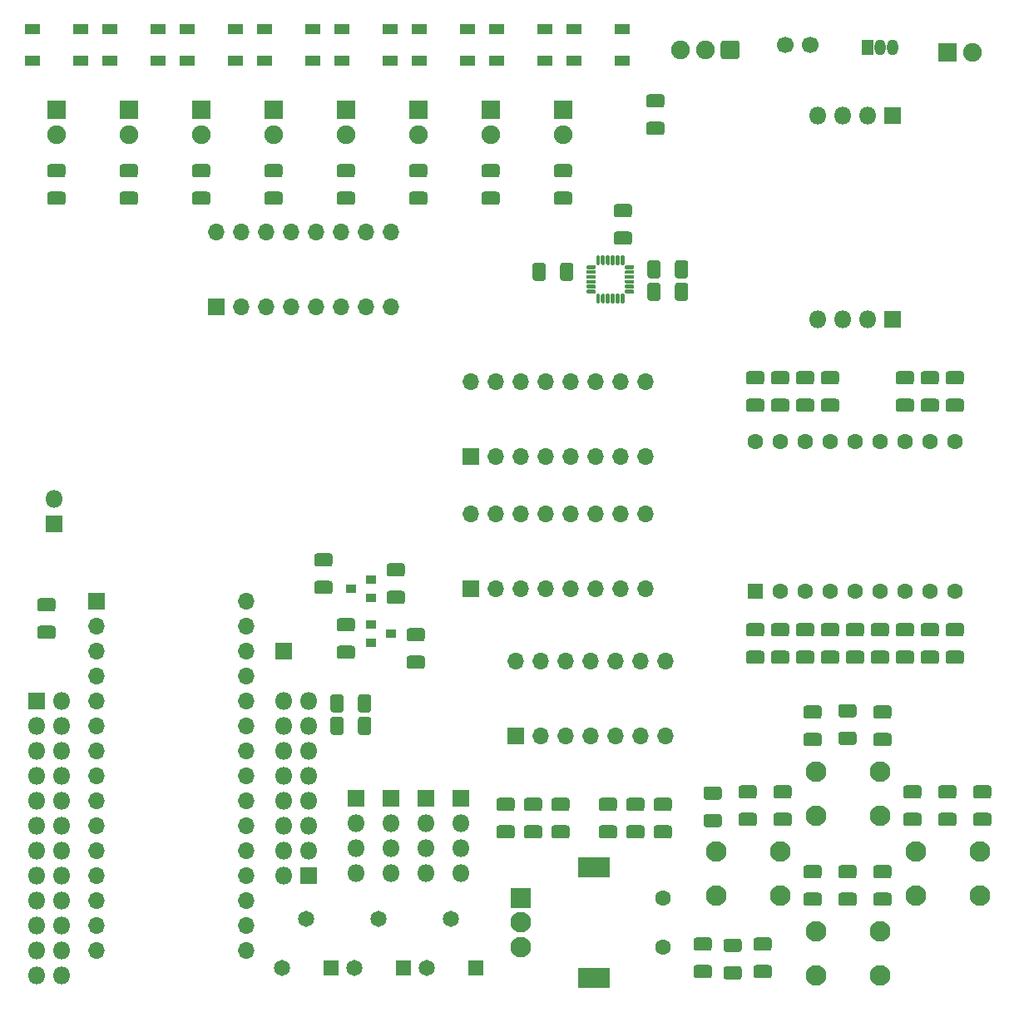
<source format=gbr>
G04 #@! TF.GenerationSoftware,KiCad,Pcbnew,(5.1.6)-1*
G04 #@! TF.CreationDate,2020-07-02T20:23:52-07:00*
G04 #@! TF.ProjectId,NanoDemo,4e616e6f-4465-46d6-9f2e-6b696361645f,rev?*
G04 #@! TF.SameCoordinates,Original*
G04 #@! TF.FileFunction,Soldermask,Top*
G04 #@! TF.FilePolarity,Negative*
%FSLAX46Y46*%
G04 Gerber Fmt 4.6, Leading zero omitted, Abs format (unit mm)*
G04 Created by KiCad (PCBNEW (5.1.6)-1) date 2020-07-02 20:23:52*
%MOMM*%
%LPD*%
G01*
G04 APERTURE LIST*
%ADD10R,1.800000X1.800000*%
%ADD11O,1.800000X1.800000*%
%ADD12R,1.000000X0.900000*%
%ADD13R,1.600000X1.100000*%
%ADD14C,1.900000*%
%ADD15O,1.700000X1.700000*%
%ADD16R,1.700000X1.700000*%
%ADD17R,1.150000X1.600000*%
%ADD18O,1.150000X1.600000*%
%ADD19C,2.100000*%
%ADD20C,1.650000*%
%ADD21R,1.650000X1.650000*%
%ADD22R,2.100000X2.100000*%
%ADD23R,3.300000X2.100000*%
%ADD24C,1.600000*%
%ADD25C,1.700000*%
%ADD26R,1.600000X1.600000*%
%ADD27R,1.900000X1.900000*%
G04 APERTURE END LIST*
D10*
G04 #@! TO.C,Accl. Int.*
X43434000Y-81534000D03*
G04 #@! TD*
D11*
G04 #@! TO.C,Support*
X97790000Y-47752000D03*
X100330000Y-47752000D03*
X102870000Y-47752000D03*
D10*
X105410000Y-47752000D03*
G04 #@! TD*
G04 #@! TO.C,U7*
G36*
G01*
X75233000Y-44838000D02*
X75233000Y-45038000D01*
G75*
G02*
X75133000Y-45138000I-100000J0D01*
G01*
X74383000Y-45138000D01*
G75*
G02*
X74283000Y-45038000I0J100000D01*
G01*
X74283000Y-44838000D01*
G75*
G02*
X74383000Y-44738000I100000J0D01*
G01*
X75133000Y-44738000D01*
G75*
G02*
X75233000Y-44838000I0J-100000D01*
G01*
G37*
G36*
G01*
X75233000Y-44338000D02*
X75233000Y-44538000D01*
G75*
G02*
X75133000Y-44638000I-100000J0D01*
G01*
X74383000Y-44638000D01*
G75*
G02*
X74283000Y-44538000I0J100000D01*
G01*
X74283000Y-44338000D01*
G75*
G02*
X74383000Y-44238000I100000J0D01*
G01*
X75133000Y-44238000D01*
G75*
G02*
X75233000Y-44338000I0J-100000D01*
G01*
G37*
G36*
G01*
X75233000Y-43838000D02*
X75233000Y-44038000D01*
G75*
G02*
X75133000Y-44138000I-100000J0D01*
G01*
X74383000Y-44138000D01*
G75*
G02*
X74283000Y-44038000I0J100000D01*
G01*
X74283000Y-43838000D01*
G75*
G02*
X74383000Y-43738000I100000J0D01*
G01*
X75133000Y-43738000D01*
G75*
G02*
X75233000Y-43838000I0J-100000D01*
G01*
G37*
G36*
G01*
X75233000Y-43338000D02*
X75233000Y-43538000D01*
G75*
G02*
X75133000Y-43638000I-100000J0D01*
G01*
X74383000Y-43638000D01*
G75*
G02*
X74283000Y-43538000I0J100000D01*
G01*
X74283000Y-43338000D01*
G75*
G02*
X74383000Y-43238000I100000J0D01*
G01*
X75133000Y-43238000D01*
G75*
G02*
X75233000Y-43338000I0J-100000D01*
G01*
G37*
G36*
G01*
X75233000Y-42838000D02*
X75233000Y-43038000D01*
G75*
G02*
X75133000Y-43138000I-100000J0D01*
G01*
X74383000Y-43138000D01*
G75*
G02*
X74283000Y-43038000I0J100000D01*
G01*
X74283000Y-42838000D01*
G75*
G02*
X74383000Y-42738000I100000J0D01*
G01*
X75133000Y-42738000D01*
G75*
G02*
X75233000Y-42838000I0J-100000D01*
G01*
G37*
G36*
G01*
X75233000Y-42338000D02*
X75233000Y-42538000D01*
G75*
G02*
X75133000Y-42638000I-100000J0D01*
G01*
X74383000Y-42638000D01*
G75*
G02*
X74283000Y-42538000I0J100000D01*
G01*
X74283000Y-42338000D01*
G75*
G02*
X74383000Y-42238000I100000J0D01*
G01*
X75133000Y-42238000D01*
G75*
G02*
X75233000Y-42338000I0J-100000D01*
G01*
G37*
G36*
G01*
X75558000Y-42213000D02*
X75358000Y-42213000D01*
G75*
G02*
X75258000Y-42113000I0J100000D01*
G01*
X75258000Y-41363000D01*
G75*
G02*
X75358000Y-41263000I100000J0D01*
G01*
X75558000Y-41263000D01*
G75*
G02*
X75658000Y-41363000I0J-100000D01*
G01*
X75658000Y-42113000D01*
G75*
G02*
X75558000Y-42213000I-100000J0D01*
G01*
G37*
G36*
G01*
X76058000Y-42213000D02*
X75858000Y-42213000D01*
G75*
G02*
X75758000Y-42113000I0J100000D01*
G01*
X75758000Y-41363000D01*
G75*
G02*
X75858000Y-41263000I100000J0D01*
G01*
X76058000Y-41263000D01*
G75*
G02*
X76158000Y-41363000I0J-100000D01*
G01*
X76158000Y-42113000D01*
G75*
G02*
X76058000Y-42213000I-100000J0D01*
G01*
G37*
G36*
G01*
X76558000Y-42213000D02*
X76358000Y-42213000D01*
G75*
G02*
X76258000Y-42113000I0J100000D01*
G01*
X76258000Y-41363000D01*
G75*
G02*
X76358000Y-41263000I100000J0D01*
G01*
X76558000Y-41263000D01*
G75*
G02*
X76658000Y-41363000I0J-100000D01*
G01*
X76658000Y-42113000D01*
G75*
G02*
X76558000Y-42213000I-100000J0D01*
G01*
G37*
G36*
G01*
X77058000Y-42213000D02*
X76858000Y-42213000D01*
G75*
G02*
X76758000Y-42113000I0J100000D01*
G01*
X76758000Y-41363000D01*
G75*
G02*
X76858000Y-41263000I100000J0D01*
G01*
X77058000Y-41263000D01*
G75*
G02*
X77158000Y-41363000I0J-100000D01*
G01*
X77158000Y-42113000D01*
G75*
G02*
X77058000Y-42213000I-100000J0D01*
G01*
G37*
G36*
G01*
X77558000Y-42213000D02*
X77358000Y-42213000D01*
G75*
G02*
X77258000Y-42113000I0J100000D01*
G01*
X77258000Y-41363000D01*
G75*
G02*
X77358000Y-41263000I100000J0D01*
G01*
X77558000Y-41263000D01*
G75*
G02*
X77658000Y-41363000I0J-100000D01*
G01*
X77658000Y-42113000D01*
G75*
G02*
X77558000Y-42213000I-100000J0D01*
G01*
G37*
G36*
G01*
X78058000Y-42213000D02*
X77858000Y-42213000D01*
G75*
G02*
X77758000Y-42113000I0J100000D01*
G01*
X77758000Y-41363000D01*
G75*
G02*
X77858000Y-41263000I100000J0D01*
G01*
X78058000Y-41263000D01*
G75*
G02*
X78158000Y-41363000I0J-100000D01*
G01*
X78158000Y-42113000D01*
G75*
G02*
X78058000Y-42213000I-100000J0D01*
G01*
G37*
G36*
G01*
X79133000Y-42338000D02*
X79133000Y-42538000D01*
G75*
G02*
X79033000Y-42638000I-100000J0D01*
G01*
X78283000Y-42638000D01*
G75*
G02*
X78183000Y-42538000I0J100000D01*
G01*
X78183000Y-42338000D01*
G75*
G02*
X78283000Y-42238000I100000J0D01*
G01*
X79033000Y-42238000D01*
G75*
G02*
X79133000Y-42338000I0J-100000D01*
G01*
G37*
G36*
G01*
X79133000Y-42838000D02*
X79133000Y-43038000D01*
G75*
G02*
X79033000Y-43138000I-100000J0D01*
G01*
X78283000Y-43138000D01*
G75*
G02*
X78183000Y-43038000I0J100000D01*
G01*
X78183000Y-42838000D01*
G75*
G02*
X78283000Y-42738000I100000J0D01*
G01*
X79033000Y-42738000D01*
G75*
G02*
X79133000Y-42838000I0J-100000D01*
G01*
G37*
G36*
G01*
X79133000Y-43338000D02*
X79133000Y-43538000D01*
G75*
G02*
X79033000Y-43638000I-100000J0D01*
G01*
X78283000Y-43638000D01*
G75*
G02*
X78183000Y-43538000I0J100000D01*
G01*
X78183000Y-43338000D01*
G75*
G02*
X78283000Y-43238000I100000J0D01*
G01*
X79033000Y-43238000D01*
G75*
G02*
X79133000Y-43338000I0J-100000D01*
G01*
G37*
G36*
G01*
X79133000Y-43838000D02*
X79133000Y-44038000D01*
G75*
G02*
X79033000Y-44138000I-100000J0D01*
G01*
X78283000Y-44138000D01*
G75*
G02*
X78183000Y-44038000I0J100000D01*
G01*
X78183000Y-43838000D01*
G75*
G02*
X78283000Y-43738000I100000J0D01*
G01*
X79033000Y-43738000D01*
G75*
G02*
X79133000Y-43838000I0J-100000D01*
G01*
G37*
G36*
G01*
X79133000Y-44338000D02*
X79133000Y-44538000D01*
G75*
G02*
X79033000Y-44638000I-100000J0D01*
G01*
X78283000Y-44638000D01*
G75*
G02*
X78183000Y-44538000I0J100000D01*
G01*
X78183000Y-44338000D01*
G75*
G02*
X78283000Y-44238000I100000J0D01*
G01*
X79033000Y-44238000D01*
G75*
G02*
X79133000Y-44338000I0J-100000D01*
G01*
G37*
G36*
G01*
X79133000Y-44838000D02*
X79133000Y-45038000D01*
G75*
G02*
X79033000Y-45138000I-100000J0D01*
G01*
X78283000Y-45138000D01*
G75*
G02*
X78183000Y-45038000I0J100000D01*
G01*
X78183000Y-44838000D01*
G75*
G02*
X78283000Y-44738000I100000J0D01*
G01*
X79033000Y-44738000D01*
G75*
G02*
X79133000Y-44838000I0J-100000D01*
G01*
G37*
G36*
G01*
X78058000Y-46113000D02*
X77858000Y-46113000D01*
G75*
G02*
X77758000Y-46013000I0J100000D01*
G01*
X77758000Y-45263000D01*
G75*
G02*
X77858000Y-45163000I100000J0D01*
G01*
X78058000Y-45163000D01*
G75*
G02*
X78158000Y-45263000I0J-100000D01*
G01*
X78158000Y-46013000D01*
G75*
G02*
X78058000Y-46113000I-100000J0D01*
G01*
G37*
G36*
G01*
X77558000Y-46113000D02*
X77358000Y-46113000D01*
G75*
G02*
X77258000Y-46013000I0J100000D01*
G01*
X77258000Y-45263000D01*
G75*
G02*
X77358000Y-45163000I100000J0D01*
G01*
X77558000Y-45163000D01*
G75*
G02*
X77658000Y-45263000I0J-100000D01*
G01*
X77658000Y-46013000D01*
G75*
G02*
X77558000Y-46113000I-100000J0D01*
G01*
G37*
G36*
G01*
X77058000Y-46113000D02*
X76858000Y-46113000D01*
G75*
G02*
X76758000Y-46013000I0J100000D01*
G01*
X76758000Y-45263000D01*
G75*
G02*
X76858000Y-45163000I100000J0D01*
G01*
X77058000Y-45163000D01*
G75*
G02*
X77158000Y-45263000I0J-100000D01*
G01*
X77158000Y-46013000D01*
G75*
G02*
X77058000Y-46113000I-100000J0D01*
G01*
G37*
G36*
G01*
X76558000Y-46113000D02*
X76358000Y-46113000D01*
G75*
G02*
X76258000Y-46013000I0J100000D01*
G01*
X76258000Y-45263000D01*
G75*
G02*
X76358000Y-45163000I100000J0D01*
G01*
X76558000Y-45163000D01*
G75*
G02*
X76658000Y-45263000I0J-100000D01*
G01*
X76658000Y-46013000D01*
G75*
G02*
X76558000Y-46113000I-100000J0D01*
G01*
G37*
G36*
G01*
X76058000Y-46113000D02*
X75858000Y-46113000D01*
G75*
G02*
X75758000Y-46013000I0J100000D01*
G01*
X75758000Y-45263000D01*
G75*
G02*
X75858000Y-45163000I100000J0D01*
G01*
X76058000Y-45163000D01*
G75*
G02*
X76158000Y-45263000I0J-100000D01*
G01*
X76158000Y-46013000D01*
G75*
G02*
X76058000Y-46113000I-100000J0D01*
G01*
G37*
G36*
G01*
X75558000Y-46113000D02*
X75358000Y-46113000D01*
G75*
G02*
X75258000Y-46013000I0J100000D01*
G01*
X75258000Y-45263000D01*
G75*
G02*
X75358000Y-45163000I100000J0D01*
G01*
X75558000Y-45163000D01*
G75*
G02*
X75658000Y-45263000I0J-100000D01*
G01*
X75658000Y-46013000D01*
G75*
G02*
X75558000Y-46113000I-100000J0D01*
G01*
G37*
G04 #@! TD*
G04 #@! TO.C,R46*
G36*
G01*
X57551000Y-80555000D02*
X56241000Y-80555000D01*
G75*
G02*
X55971000Y-80285000I0J270000D01*
G01*
X55971000Y-79475000D01*
G75*
G02*
X56241000Y-79205000I270000J0D01*
G01*
X57551000Y-79205000D01*
G75*
G02*
X57821000Y-79475000I0J-270000D01*
G01*
X57821000Y-80285000D01*
G75*
G02*
X57551000Y-80555000I-270000J0D01*
G01*
G37*
G36*
G01*
X57551000Y-83355000D02*
X56241000Y-83355000D01*
G75*
G02*
X55971000Y-83085000I0J270000D01*
G01*
X55971000Y-82275000D01*
G75*
G02*
X56241000Y-82005000I270000J0D01*
G01*
X57551000Y-82005000D01*
G75*
G02*
X57821000Y-82275000I0J-270000D01*
G01*
X57821000Y-83085000D01*
G75*
G02*
X57551000Y-83355000I-270000J0D01*
G01*
G37*
G04 #@! TD*
G04 #@! TO.C,R45*
G36*
G01*
X49129000Y-80989000D02*
X50439000Y-80989000D01*
G75*
G02*
X50709000Y-81259000I0J-270000D01*
G01*
X50709000Y-82069000D01*
G75*
G02*
X50439000Y-82339000I-270000J0D01*
G01*
X49129000Y-82339000D01*
G75*
G02*
X48859000Y-82069000I0J270000D01*
G01*
X48859000Y-81259000D01*
G75*
G02*
X49129000Y-80989000I270000J0D01*
G01*
G37*
G36*
G01*
X49129000Y-78189000D02*
X50439000Y-78189000D01*
G75*
G02*
X50709000Y-78459000I0J-270000D01*
G01*
X50709000Y-79269000D01*
G75*
G02*
X50439000Y-79539000I-270000J0D01*
G01*
X49129000Y-79539000D01*
G75*
G02*
X48859000Y-79269000I0J270000D01*
G01*
X48859000Y-78459000D01*
G75*
G02*
X49129000Y-78189000I270000J0D01*
G01*
G37*
G04 #@! TD*
G04 #@! TO.C,R44*
G36*
G01*
X46843000Y-74385000D02*
X48153000Y-74385000D01*
G75*
G02*
X48423000Y-74655000I0J-270000D01*
G01*
X48423000Y-75465000D01*
G75*
G02*
X48153000Y-75735000I-270000J0D01*
G01*
X46843000Y-75735000D01*
G75*
G02*
X46573000Y-75465000I0J270000D01*
G01*
X46573000Y-74655000D01*
G75*
G02*
X46843000Y-74385000I270000J0D01*
G01*
G37*
G36*
G01*
X46843000Y-71585000D02*
X48153000Y-71585000D01*
G75*
G02*
X48423000Y-71855000I0J-270000D01*
G01*
X48423000Y-72665000D01*
G75*
G02*
X48153000Y-72935000I-270000J0D01*
G01*
X46843000Y-72935000D01*
G75*
G02*
X46573000Y-72665000I0J270000D01*
G01*
X46573000Y-71855000D01*
G75*
G02*
X46843000Y-71585000I270000J0D01*
G01*
G37*
G04 #@! TD*
G04 #@! TO.C,R43*
G36*
G01*
X55519000Y-73951000D02*
X54209000Y-73951000D01*
G75*
G02*
X53939000Y-73681000I0J270000D01*
G01*
X53939000Y-72871000D01*
G75*
G02*
X54209000Y-72601000I270000J0D01*
G01*
X55519000Y-72601000D01*
G75*
G02*
X55789000Y-72871000I0J-270000D01*
G01*
X55789000Y-73681000D01*
G75*
G02*
X55519000Y-73951000I-270000J0D01*
G01*
G37*
G36*
G01*
X55519000Y-76751000D02*
X54209000Y-76751000D01*
G75*
G02*
X53939000Y-76481000I0J270000D01*
G01*
X53939000Y-75671000D01*
G75*
G02*
X54209000Y-75401000I270000J0D01*
G01*
X55519000Y-75401000D01*
G75*
G02*
X55789000Y-75671000I0J-270000D01*
G01*
X55789000Y-76481000D01*
G75*
G02*
X55519000Y-76751000I-270000J0D01*
G01*
G37*
G04 #@! TD*
D12*
G04 #@! TO.C,Q2*
X54340000Y-79756000D03*
X52340000Y-80706000D03*
X52340000Y-78806000D03*
G04 #@! TD*
G04 #@! TO.C,Q1*
X50308000Y-75184000D03*
X52308000Y-74234000D03*
X52308000Y-76134000D03*
G04 #@! TD*
G04 #@! TO.C,C12*
G36*
G01*
X83275000Y-43327000D02*
X83275000Y-42017000D01*
G75*
G02*
X83545000Y-41747000I270000J0D01*
G01*
X84355000Y-41747000D01*
G75*
G02*
X84625000Y-42017000I0J-270000D01*
G01*
X84625000Y-43327000D01*
G75*
G02*
X84355000Y-43597000I-270000J0D01*
G01*
X83545000Y-43597000D01*
G75*
G02*
X83275000Y-43327000I0J270000D01*
G01*
G37*
G36*
G01*
X80475000Y-43327000D02*
X80475000Y-42017000D01*
G75*
G02*
X80745000Y-41747000I270000J0D01*
G01*
X81555000Y-41747000D01*
G75*
G02*
X81825000Y-42017000I0J-270000D01*
G01*
X81825000Y-43327000D01*
G75*
G02*
X81555000Y-43597000I-270000J0D01*
G01*
X80745000Y-43597000D01*
G75*
G02*
X80475000Y-43327000I0J270000D01*
G01*
G37*
G04 #@! TD*
G04 #@! TO.C,C11*
G36*
G01*
X71591000Y-43581000D02*
X71591000Y-42271000D01*
G75*
G02*
X71861000Y-42001000I270000J0D01*
G01*
X72671000Y-42001000D01*
G75*
G02*
X72941000Y-42271000I0J-270000D01*
G01*
X72941000Y-43581000D01*
G75*
G02*
X72671000Y-43851000I-270000J0D01*
G01*
X71861000Y-43851000D01*
G75*
G02*
X71591000Y-43581000I0J270000D01*
G01*
G37*
G36*
G01*
X68791000Y-43581000D02*
X68791000Y-42271000D01*
G75*
G02*
X69061000Y-42001000I270000J0D01*
G01*
X69871000Y-42001000D01*
G75*
G02*
X70141000Y-42271000I0J-270000D01*
G01*
X70141000Y-43581000D01*
G75*
G02*
X69871000Y-43851000I-270000J0D01*
G01*
X69061000Y-43851000D01*
G75*
G02*
X68791000Y-43581000I0J270000D01*
G01*
G37*
G04 #@! TD*
G04 #@! TO.C,C10*
G36*
G01*
X77323000Y-38825000D02*
X78633000Y-38825000D01*
G75*
G02*
X78903000Y-39095000I0J-270000D01*
G01*
X78903000Y-39905000D01*
G75*
G02*
X78633000Y-40175000I-270000J0D01*
G01*
X77323000Y-40175000D01*
G75*
G02*
X77053000Y-39905000I0J270000D01*
G01*
X77053000Y-39095000D01*
G75*
G02*
X77323000Y-38825000I270000J0D01*
G01*
G37*
G36*
G01*
X77323000Y-36025000D02*
X78633000Y-36025000D01*
G75*
G02*
X78903000Y-36295000I0J-270000D01*
G01*
X78903000Y-37105000D01*
G75*
G02*
X78633000Y-37375000I-270000J0D01*
G01*
X77323000Y-37375000D01*
G75*
G02*
X77053000Y-37105000I0J270000D01*
G01*
X77053000Y-36295000D01*
G75*
G02*
X77323000Y-36025000I270000J0D01*
G01*
G37*
G04 #@! TD*
G04 #@! TO.C,C9*
G36*
G01*
X81825000Y-44303000D02*
X81825000Y-45613000D01*
G75*
G02*
X81555000Y-45883000I-270000J0D01*
G01*
X80745000Y-45883000D01*
G75*
G02*
X80475000Y-45613000I0J270000D01*
G01*
X80475000Y-44303000D01*
G75*
G02*
X80745000Y-44033000I270000J0D01*
G01*
X81555000Y-44033000D01*
G75*
G02*
X81825000Y-44303000I0J-270000D01*
G01*
G37*
G36*
G01*
X84625000Y-44303000D02*
X84625000Y-45613000D01*
G75*
G02*
X84355000Y-45883000I-270000J0D01*
G01*
X83545000Y-45883000D01*
G75*
G02*
X83275000Y-45613000I0J270000D01*
G01*
X83275000Y-44303000D01*
G75*
G02*
X83545000Y-44033000I270000J0D01*
G01*
X84355000Y-44033000D01*
G75*
G02*
X84625000Y-44303000I0J-270000D01*
G01*
G37*
G04 #@! TD*
D13*
G04 #@! TO.C,D1*
X22770000Y-21412000D03*
X22770000Y-18212000D03*
X17870000Y-21412000D03*
X17870000Y-18212000D03*
G04 #@! TD*
G04 #@! TO.C,D8*
X77888000Y-21412000D03*
X77888000Y-18212000D03*
X72988000Y-21412000D03*
X72988000Y-18212000D03*
G04 #@! TD*
G04 #@! TO.C,D7*
X70014000Y-21412000D03*
X70014000Y-18212000D03*
X65114000Y-21412000D03*
X65114000Y-18212000D03*
G04 #@! TD*
G04 #@! TO.C,D6*
X62140000Y-21412000D03*
X62140000Y-18212000D03*
X57240000Y-21412000D03*
X57240000Y-18212000D03*
G04 #@! TD*
G04 #@! TO.C,D5*
X54266000Y-21412000D03*
X54266000Y-18212000D03*
X49366000Y-21412000D03*
X49366000Y-18212000D03*
G04 #@! TD*
G04 #@! TO.C,D4*
X46392000Y-21412000D03*
X46392000Y-18212000D03*
X41492000Y-21412000D03*
X41492000Y-18212000D03*
G04 #@! TD*
G04 #@! TO.C,D3*
X38518000Y-21412000D03*
X38518000Y-18212000D03*
X33618000Y-21412000D03*
X33618000Y-18212000D03*
G04 #@! TD*
G04 #@! TO.C,D2*
X30644000Y-21412000D03*
X30644000Y-18212000D03*
X25744000Y-21412000D03*
X25744000Y-18212000D03*
G04 #@! TD*
D11*
G04 #@! TO.C,J6*
X20066000Y-66040000D03*
D10*
X20066000Y-68580000D03*
G04 #@! TD*
D11*
G04 #@! TO.C,J5*
X102870000Y-27051000D03*
D10*
X105410000Y-27051000D03*
D11*
X97790000Y-27051000D03*
X100330000Y-27051000D03*
G04 #@! TD*
D14*
G04 #@! TO.C,U6*
X83820000Y-20320000D03*
X86360000Y-20320000D03*
G36*
G01*
X89850000Y-19634100D02*
X89850000Y-21005900D01*
G75*
G02*
X89585900Y-21270000I-264100J0D01*
G01*
X88214100Y-21270000D01*
G75*
G02*
X87950000Y-21005900I0J264100D01*
G01*
X87950000Y-19634100D01*
G75*
G02*
X88214100Y-19370000I264100J0D01*
G01*
X89585900Y-19370000D01*
G75*
G02*
X89850000Y-19634100I0J-264100D01*
G01*
G37*
G04 #@! TD*
D15*
G04 #@! TO.C,U5*
X62484000Y-54102000D03*
X80264000Y-61722000D03*
X65024000Y-54102000D03*
X77724000Y-61722000D03*
X67564000Y-54102000D03*
X75184000Y-61722000D03*
X70104000Y-54102000D03*
X72644000Y-61722000D03*
X72644000Y-54102000D03*
X70104000Y-61722000D03*
X75184000Y-54102000D03*
X67564000Y-61722000D03*
X77724000Y-54102000D03*
X65024000Y-61722000D03*
X80264000Y-54102000D03*
D16*
X62484000Y-61722000D03*
G04 #@! TD*
D15*
G04 #@! TO.C,U4*
X62484000Y-67564000D03*
X80264000Y-75184000D03*
X65024000Y-67564000D03*
X77724000Y-75184000D03*
X67564000Y-67564000D03*
X75184000Y-75184000D03*
X70104000Y-67564000D03*
X72644000Y-75184000D03*
X72644000Y-67564000D03*
X70104000Y-75184000D03*
X75184000Y-67564000D03*
X67564000Y-75184000D03*
X77724000Y-67564000D03*
X65024000Y-75184000D03*
X80264000Y-67564000D03*
D16*
X62484000Y-75184000D03*
G04 #@! TD*
D15*
G04 #@! TO.C,U3*
X36576000Y-38862000D03*
X54356000Y-46482000D03*
X39116000Y-38862000D03*
X51816000Y-46482000D03*
X41656000Y-38862000D03*
X49276000Y-46482000D03*
X44196000Y-38862000D03*
X46736000Y-46482000D03*
X46736000Y-38862000D03*
X44196000Y-46482000D03*
X49276000Y-38862000D03*
X41656000Y-46482000D03*
X51816000Y-38862000D03*
X39116000Y-46482000D03*
X54356000Y-38862000D03*
D16*
X36576000Y-46482000D03*
G04 #@! TD*
D17*
G04 #@! TO.C,U2*
X102870000Y-20066000D03*
D18*
X105410000Y-20066000D03*
X104140000Y-20066000D03*
G04 #@! TD*
D15*
G04 #@! TO.C,U1*
X67056000Y-82550000D03*
X82296000Y-90170000D03*
X69596000Y-82550000D03*
X79756000Y-90170000D03*
X72136000Y-82550000D03*
X77216000Y-90170000D03*
X74676000Y-82550000D03*
X74676000Y-90170000D03*
X77216000Y-82550000D03*
X72136000Y-90170000D03*
X79756000Y-82550000D03*
X69596000Y-90170000D03*
X82296000Y-82550000D03*
D16*
X67056000Y-90170000D03*
G04 #@! TD*
D19*
G04 #@! TO.C,SW4*
X97640000Y-114554000D03*
X97640000Y-110054000D03*
X104140000Y-114554000D03*
X104140000Y-110054000D03*
G04 #@! TD*
G04 #@! TO.C,SW3*
X97640000Y-98298000D03*
X97640000Y-93798000D03*
X104140000Y-98298000D03*
X104140000Y-93798000D03*
G04 #@! TD*
G04 #@! TO.C,SW2*
X107800000Y-106426000D03*
X107800000Y-101926000D03*
X114300000Y-106426000D03*
X114300000Y-101926000D03*
G04 #@! TD*
G04 #@! TO.C,SW1*
X87480000Y-106426000D03*
X87480000Y-101926000D03*
X93980000Y-106426000D03*
X93980000Y-101926000D03*
G04 #@! TD*
D20*
G04 #@! TO.C,RV3*
X60492000Y-108792000D03*
D21*
X62992000Y-113792000D03*
D20*
X57992000Y-113792000D03*
G04 #@! TD*
G04 #@! TO.C,RV2*
X53126000Y-108792000D03*
D21*
X55626000Y-113792000D03*
D20*
X50626000Y-113792000D03*
G04 #@! TD*
G04 #@! TO.C,RV1*
X45760000Y-108792000D03*
D21*
X48260000Y-113792000D03*
D20*
X43260000Y-113792000D03*
G04 #@! TD*
D22*
G04 #@! TO.C,Rot_Enc1*
X67564000Y-106680000D03*
D19*
X67564000Y-109180000D03*
X67564000Y-111680000D03*
D23*
X75064000Y-103580000D03*
X75064000Y-114780000D03*
D24*
X82064000Y-106680000D03*
X82064000Y-111680000D03*
G04 #@! TD*
G04 #@! TO.C,R42*
G36*
G01*
X49567000Y-86213000D02*
X49567000Y-87523000D01*
G75*
G02*
X49297000Y-87793000I-270000J0D01*
G01*
X48487000Y-87793000D01*
G75*
G02*
X48217000Y-87523000I0J270000D01*
G01*
X48217000Y-86213000D01*
G75*
G02*
X48487000Y-85943000I270000J0D01*
G01*
X49297000Y-85943000D01*
G75*
G02*
X49567000Y-86213000I0J-270000D01*
G01*
G37*
G36*
G01*
X52367000Y-86213000D02*
X52367000Y-87523000D01*
G75*
G02*
X52097000Y-87793000I-270000J0D01*
G01*
X51287000Y-87793000D01*
G75*
G02*
X51017000Y-87523000I0J270000D01*
G01*
X51017000Y-86213000D01*
G75*
G02*
X51287000Y-85943000I270000J0D01*
G01*
X52097000Y-85943000D01*
G75*
G02*
X52367000Y-86213000I0J-270000D01*
G01*
G37*
G04 #@! TD*
G04 #@! TO.C,R41*
G36*
G01*
X111105000Y-81497000D02*
X112415000Y-81497000D01*
G75*
G02*
X112685000Y-81767000I0J-270000D01*
G01*
X112685000Y-82577000D01*
G75*
G02*
X112415000Y-82847000I-270000J0D01*
G01*
X111105000Y-82847000D01*
G75*
G02*
X110835000Y-82577000I0J270000D01*
G01*
X110835000Y-81767000D01*
G75*
G02*
X111105000Y-81497000I270000J0D01*
G01*
G37*
G36*
G01*
X111105000Y-78697000D02*
X112415000Y-78697000D01*
G75*
G02*
X112685000Y-78967000I0J-270000D01*
G01*
X112685000Y-79777000D01*
G75*
G02*
X112415000Y-80047000I-270000J0D01*
G01*
X111105000Y-80047000D01*
G75*
G02*
X110835000Y-79777000I0J270000D01*
G01*
X110835000Y-78967000D01*
G75*
G02*
X111105000Y-78697000I270000J0D01*
G01*
G37*
G04 #@! TD*
G04 #@! TO.C,R40*
G36*
G01*
X106025000Y-81497000D02*
X107335000Y-81497000D01*
G75*
G02*
X107605000Y-81767000I0J-270000D01*
G01*
X107605000Y-82577000D01*
G75*
G02*
X107335000Y-82847000I-270000J0D01*
G01*
X106025000Y-82847000D01*
G75*
G02*
X105755000Y-82577000I0J270000D01*
G01*
X105755000Y-81767000D01*
G75*
G02*
X106025000Y-81497000I270000J0D01*
G01*
G37*
G36*
G01*
X106025000Y-78697000D02*
X107335000Y-78697000D01*
G75*
G02*
X107605000Y-78967000I0J-270000D01*
G01*
X107605000Y-79777000D01*
G75*
G02*
X107335000Y-80047000I-270000J0D01*
G01*
X106025000Y-80047000D01*
G75*
G02*
X105755000Y-79777000I0J270000D01*
G01*
X105755000Y-78967000D01*
G75*
G02*
X106025000Y-78697000I270000J0D01*
G01*
G37*
G04 #@! TD*
G04 #@! TO.C,R39*
G36*
G01*
X107335000Y-54393000D02*
X106025000Y-54393000D01*
G75*
G02*
X105755000Y-54123000I0J270000D01*
G01*
X105755000Y-53313000D01*
G75*
G02*
X106025000Y-53043000I270000J0D01*
G01*
X107335000Y-53043000D01*
G75*
G02*
X107605000Y-53313000I0J-270000D01*
G01*
X107605000Y-54123000D01*
G75*
G02*
X107335000Y-54393000I-270000J0D01*
G01*
G37*
G36*
G01*
X107335000Y-57193000D02*
X106025000Y-57193000D01*
G75*
G02*
X105755000Y-56923000I0J270000D01*
G01*
X105755000Y-56113000D01*
G75*
G02*
X106025000Y-55843000I270000J0D01*
G01*
X107335000Y-55843000D01*
G75*
G02*
X107605000Y-56113000I0J-270000D01*
G01*
X107605000Y-56923000D01*
G75*
G02*
X107335000Y-57193000I-270000J0D01*
G01*
G37*
G04 #@! TD*
G04 #@! TO.C,R38*
G36*
G01*
X100945000Y-81497000D02*
X102255000Y-81497000D01*
G75*
G02*
X102525000Y-81767000I0J-270000D01*
G01*
X102525000Y-82577000D01*
G75*
G02*
X102255000Y-82847000I-270000J0D01*
G01*
X100945000Y-82847000D01*
G75*
G02*
X100675000Y-82577000I0J270000D01*
G01*
X100675000Y-81767000D01*
G75*
G02*
X100945000Y-81497000I270000J0D01*
G01*
G37*
G36*
G01*
X100945000Y-78697000D02*
X102255000Y-78697000D01*
G75*
G02*
X102525000Y-78967000I0J-270000D01*
G01*
X102525000Y-79777000D01*
G75*
G02*
X102255000Y-80047000I-270000J0D01*
G01*
X100945000Y-80047000D01*
G75*
G02*
X100675000Y-79777000I0J270000D01*
G01*
X100675000Y-78967000D01*
G75*
G02*
X100945000Y-78697000I270000J0D01*
G01*
G37*
G04 #@! TD*
G04 #@! TO.C,R37*
G36*
G01*
X103485000Y-81497000D02*
X104795000Y-81497000D01*
G75*
G02*
X105065000Y-81767000I0J-270000D01*
G01*
X105065000Y-82577000D01*
G75*
G02*
X104795000Y-82847000I-270000J0D01*
G01*
X103485000Y-82847000D01*
G75*
G02*
X103215000Y-82577000I0J270000D01*
G01*
X103215000Y-81767000D01*
G75*
G02*
X103485000Y-81497000I270000J0D01*
G01*
G37*
G36*
G01*
X103485000Y-78697000D02*
X104795000Y-78697000D01*
G75*
G02*
X105065000Y-78967000I0J-270000D01*
G01*
X105065000Y-79777000D01*
G75*
G02*
X104795000Y-80047000I-270000J0D01*
G01*
X103485000Y-80047000D01*
G75*
G02*
X103215000Y-79777000I0J270000D01*
G01*
X103215000Y-78967000D01*
G75*
G02*
X103485000Y-78697000I270000J0D01*
G01*
G37*
G04 #@! TD*
G04 #@! TO.C,R36*
G36*
G01*
X108565000Y-81497000D02*
X109875000Y-81497000D01*
G75*
G02*
X110145000Y-81767000I0J-270000D01*
G01*
X110145000Y-82577000D01*
G75*
G02*
X109875000Y-82847000I-270000J0D01*
G01*
X108565000Y-82847000D01*
G75*
G02*
X108295000Y-82577000I0J270000D01*
G01*
X108295000Y-81767000D01*
G75*
G02*
X108565000Y-81497000I270000J0D01*
G01*
G37*
G36*
G01*
X108565000Y-78697000D02*
X109875000Y-78697000D01*
G75*
G02*
X110145000Y-78967000I0J-270000D01*
G01*
X110145000Y-79777000D01*
G75*
G02*
X109875000Y-80047000I-270000J0D01*
G01*
X108565000Y-80047000D01*
G75*
G02*
X108295000Y-79777000I0J270000D01*
G01*
X108295000Y-78967000D01*
G75*
G02*
X108565000Y-78697000I270000J0D01*
G01*
G37*
G04 #@! TD*
G04 #@! TO.C,R35*
G36*
G01*
X71227000Y-34761000D02*
X72537000Y-34761000D01*
G75*
G02*
X72807000Y-35031000I0J-270000D01*
G01*
X72807000Y-35841000D01*
G75*
G02*
X72537000Y-36111000I-270000J0D01*
G01*
X71227000Y-36111000D01*
G75*
G02*
X70957000Y-35841000I0J270000D01*
G01*
X70957000Y-35031000D01*
G75*
G02*
X71227000Y-34761000I270000J0D01*
G01*
G37*
G36*
G01*
X71227000Y-31961000D02*
X72537000Y-31961000D01*
G75*
G02*
X72807000Y-32231000I0J-270000D01*
G01*
X72807000Y-33041000D01*
G75*
G02*
X72537000Y-33311000I-270000J0D01*
G01*
X71227000Y-33311000D01*
G75*
G02*
X70957000Y-33041000I0J270000D01*
G01*
X70957000Y-32231000D01*
G75*
G02*
X71227000Y-31961000I270000J0D01*
G01*
G37*
G04 #@! TD*
G04 #@! TO.C,R34*
G36*
G01*
X112415000Y-54393000D02*
X111105000Y-54393000D01*
G75*
G02*
X110835000Y-54123000I0J270000D01*
G01*
X110835000Y-53313000D01*
G75*
G02*
X111105000Y-53043000I270000J0D01*
G01*
X112415000Y-53043000D01*
G75*
G02*
X112685000Y-53313000I0J-270000D01*
G01*
X112685000Y-54123000D01*
G75*
G02*
X112415000Y-54393000I-270000J0D01*
G01*
G37*
G36*
G01*
X112415000Y-57193000D02*
X111105000Y-57193000D01*
G75*
G02*
X110835000Y-56923000I0J270000D01*
G01*
X110835000Y-56113000D01*
G75*
G02*
X111105000Y-55843000I270000J0D01*
G01*
X112415000Y-55843000D01*
G75*
G02*
X112685000Y-56113000I0J-270000D01*
G01*
X112685000Y-56923000D01*
G75*
G02*
X112415000Y-57193000I-270000J0D01*
G01*
G37*
G04 #@! TD*
G04 #@! TO.C,R33*
G36*
G01*
X109875000Y-54393000D02*
X108565000Y-54393000D01*
G75*
G02*
X108295000Y-54123000I0J270000D01*
G01*
X108295000Y-53313000D01*
G75*
G02*
X108565000Y-53043000I270000J0D01*
G01*
X109875000Y-53043000D01*
G75*
G02*
X110145000Y-53313000I0J-270000D01*
G01*
X110145000Y-54123000D01*
G75*
G02*
X109875000Y-54393000I-270000J0D01*
G01*
G37*
G36*
G01*
X109875000Y-57193000D02*
X108565000Y-57193000D01*
G75*
G02*
X108295000Y-56923000I0J270000D01*
G01*
X108295000Y-56113000D01*
G75*
G02*
X108565000Y-55843000I270000J0D01*
G01*
X109875000Y-55843000D01*
G75*
G02*
X110145000Y-56113000I0J-270000D01*
G01*
X110145000Y-56923000D01*
G75*
G02*
X109875000Y-57193000I-270000J0D01*
G01*
G37*
G04 #@! TD*
G04 #@! TO.C,R32*
G36*
G01*
X49567000Y-88499000D02*
X49567000Y-89809000D01*
G75*
G02*
X49297000Y-90079000I-270000J0D01*
G01*
X48487000Y-90079000D01*
G75*
G02*
X48217000Y-89809000I0J270000D01*
G01*
X48217000Y-88499000D01*
G75*
G02*
X48487000Y-88229000I270000J0D01*
G01*
X49297000Y-88229000D01*
G75*
G02*
X49567000Y-88499000I0J-270000D01*
G01*
G37*
G36*
G01*
X52367000Y-88499000D02*
X52367000Y-89809000D01*
G75*
G02*
X52097000Y-90079000I-270000J0D01*
G01*
X51287000Y-90079000D01*
G75*
G02*
X51017000Y-89809000I0J270000D01*
G01*
X51017000Y-88499000D01*
G75*
G02*
X51287000Y-88229000I270000J0D01*
G01*
X52097000Y-88229000D01*
G75*
G02*
X52367000Y-88499000I0J-270000D01*
G01*
G37*
G04 #@! TD*
D25*
G04 #@! TO.C,R31*
X97028000Y-19812000D03*
X94488000Y-19812000D03*
G04 #@! TD*
G04 #@! TO.C,R30*
G36*
G01*
X63861000Y-34761000D02*
X65171000Y-34761000D01*
G75*
G02*
X65441000Y-35031000I0J-270000D01*
G01*
X65441000Y-35841000D01*
G75*
G02*
X65171000Y-36111000I-270000J0D01*
G01*
X63861000Y-36111000D01*
G75*
G02*
X63591000Y-35841000I0J270000D01*
G01*
X63591000Y-35031000D01*
G75*
G02*
X63861000Y-34761000I270000J0D01*
G01*
G37*
G36*
G01*
X63861000Y-31961000D02*
X65171000Y-31961000D01*
G75*
G02*
X65441000Y-32231000I0J-270000D01*
G01*
X65441000Y-33041000D01*
G75*
G02*
X65171000Y-33311000I-270000J0D01*
G01*
X63861000Y-33311000D01*
G75*
G02*
X63591000Y-33041000I0J270000D01*
G01*
X63591000Y-32231000D01*
G75*
G02*
X63861000Y-31961000I270000J0D01*
G01*
G37*
G04 #@! TD*
G04 #@! TO.C,R29*
G36*
G01*
X98405000Y-81497000D02*
X99715000Y-81497000D01*
G75*
G02*
X99985000Y-81767000I0J-270000D01*
G01*
X99985000Y-82577000D01*
G75*
G02*
X99715000Y-82847000I-270000J0D01*
G01*
X98405000Y-82847000D01*
G75*
G02*
X98135000Y-82577000I0J270000D01*
G01*
X98135000Y-81767000D01*
G75*
G02*
X98405000Y-81497000I270000J0D01*
G01*
G37*
G36*
G01*
X98405000Y-78697000D02*
X99715000Y-78697000D01*
G75*
G02*
X99985000Y-78967000I0J-270000D01*
G01*
X99985000Y-79777000D01*
G75*
G02*
X99715000Y-80047000I-270000J0D01*
G01*
X98405000Y-80047000D01*
G75*
G02*
X98135000Y-79777000I0J270000D01*
G01*
X98135000Y-78967000D01*
G75*
G02*
X98405000Y-78697000I270000J0D01*
G01*
G37*
G04 #@! TD*
G04 #@! TO.C,R28*
G36*
G01*
X56495000Y-34761000D02*
X57805000Y-34761000D01*
G75*
G02*
X58075000Y-35031000I0J-270000D01*
G01*
X58075000Y-35841000D01*
G75*
G02*
X57805000Y-36111000I-270000J0D01*
G01*
X56495000Y-36111000D01*
G75*
G02*
X56225000Y-35841000I0J270000D01*
G01*
X56225000Y-35031000D01*
G75*
G02*
X56495000Y-34761000I270000J0D01*
G01*
G37*
G36*
G01*
X56495000Y-31961000D02*
X57805000Y-31961000D01*
G75*
G02*
X58075000Y-32231000I0J-270000D01*
G01*
X58075000Y-33041000D01*
G75*
G02*
X57805000Y-33311000I-270000J0D01*
G01*
X56495000Y-33311000D01*
G75*
G02*
X56225000Y-33041000I0J270000D01*
G01*
X56225000Y-32231000D01*
G75*
G02*
X56495000Y-31961000I270000J0D01*
G01*
G37*
G04 #@! TD*
G04 #@! TO.C,R27*
G36*
G01*
X94635000Y-54393000D02*
X93325000Y-54393000D01*
G75*
G02*
X93055000Y-54123000I0J270000D01*
G01*
X93055000Y-53313000D01*
G75*
G02*
X93325000Y-53043000I270000J0D01*
G01*
X94635000Y-53043000D01*
G75*
G02*
X94905000Y-53313000I0J-270000D01*
G01*
X94905000Y-54123000D01*
G75*
G02*
X94635000Y-54393000I-270000J0D01*
G01*
G37*
G36*
G01*
X94635000Y-57193000D02*
X93325000Y-57193000D01*
G75*
G02*
X93055000Y-56923000I0J270000D01*
G01*
X93055000Y-56113000D01*
G75*
G02*
X93325000Y-55843000I270000J0D01*
G01*
X94635000Y-55843000D01*
G75*
G02*
X94905000Y-56113000I0J-270000D01*
G01*
X94905000Y-56923000D01*
G75*
G02*
X94635000Y-57193000I-270000J0D01*
G01*
G37*
G04 #@! TD*
G04 #@! TO.C,R26*
G36*
G01*
X92095000Y-54393000D02*
X90785000Y-54393000D01*
G75*
G02*
X90515000Y-54123000I0J270000D01*
G01*
X90515000Y-53313000D01*
G75*
G02*
X90785000Y-53043000I270000J0D01*
G01*
X92095000Y-53043000D01*
G75*
G02*
X92365000Y-53313000I0J-270000D01*
G01*
X92365000Y-54123000D01*
G75*
G02*
X92095000Y-54393000I-270000J0D01*
G01*
G37*
G36*
G01*
X92095000Y-57193000D02*
X90785000Y-57193000D01*
G75*
G02*
X90515000Y-56923000I0J270000D01*
G01*
X90515000Y-56113000D01*
G75*
G02*
X90785000Y-55843000I270000J0D01*
G01*
X92095000Y-55843000D01*
G75*
G02*
X92365000Y-56113000I0J-270000D01*
G01*
X92365000Y-56923000D01*
G75*
G02*
X92095000Y-57193000I-270000J0D01*
G01*
G37*
G04 #@! TD*
G04 #@! TO.C,R25*
G36*
G01*
X49129000Y-34761000D02*
X50439000Y-34761000D01*
G75*
G02*
X50709000Y-35031000I0J-270000D01*
G01*
X50709000Y-35841000D01*
G75*
G02*
X50439000Y-36111000I-270000J0D01*
G01*
X49129000Y-36111000D01*
G75*
G02*
X48859000Y-35841000I0J270000D01*
G01*
X48859000Y-35031000D01*
G75*
G02*
X49129000Y-34761000I270000J0D01*
G01*
G37*
G36*
G01*
X49129000Y-31961000D02*
X50439000Y-31961000D01*
G75*
G02*
X50709000Y-32231000I0J-270000D01*
G01*
X50709000Y-33041000D01*
G75*
G02*
X50439000Y-33311000I-270000J0D01*
G01*
X49129000Y-33311000D01*
G75*
G02*
X48859000Y-33041000I0J270000D01*
G01*
X48859000Y-32231000D01*
G75*
G02*
X49129000Y-31961000I270000J0D01*
G01*
G37*
G04 #@! TD*
G04 #@! TO.C,R24*
G36*
G01*
X90785000Y-81497000D02*
X92095000Y-81497000D01*
G75*
G02*
X92365000Y-81767000I0J-270000D01*
G01*
X92365000Y-82577000D01*
G75*
G02*
X92095000Y-82847000I-270000J0D01*
G01*
X90785000Y-82847000D01*
G75*
G02*
X90515000Y-82577000I0J270000D01*
G01*
X90515000Y-81767000D01*
G75*
G02*
X90785000Y-81497000I270000J0D01*
G01*
G37*
G36*
G01*
X90785000Y-78697000D02*
X92095000Y-78697000D01*
G75*
G02*
X92365000Y-78967000I0J-270000D01*
G01*
X92365000Y-79777000D01*
G75*
G02*
X92095000Y-80047000I-270000J0D01*
G01*
X90785000Y-80047000D01*
G75*
G02*
X90515000Y-79777000I0J270000D01*
G01*
X90515000Y-78967000D01*
G75*
G02*
X90785000Y-78697000I270000J0D01*
G01*
G37*
G04 #@! TD*
G04 #@! TO.C,R23*
G36*
G01*
X93325000Y-81497000D02*
X94635000Y-81497000D01*
G75*
G02*
X94905000Y-81767000I0J-270000D01*
G01*
X94905000Y-82577000D01*
G75*
G02*
X94635000Y-82847000I-270000J0D01*
G01*
X93325000Y-82847000D01*
G75*
G02*
X93055000Y-82577000I0J270000D01*
G01*
X93055000Y-81767000D01*
G75*
G02*
X93325000Y-81497000I270000J0D01*
G01*
G37*
G36*
G01*
X93325000Y-78697000D02*
X94635000Y-78697000D01*
G75*
G02*
X94905000Y-78967000I0J-270000D01*
G01*
X94905000Y-79777000D01*
G75*
G02*
X94635000Y-80047000I-270000J0D01*
G01*
X93325000Y-80047000D01*
G75*
G02*
X93055000Y-79777000I0J270000D01*
G01*
X93055000Y-78967000D01*
G75*
G02*
X93325000Y-78697000I270000J0D01*
G01*
G37*
G04 #@! TD*
G04 #@! TO.C,R22*
G36*
G01*
X41763000Y-34761000D02*
X43073000Y-34761000D01*
G75*
G02*
X43343000Y-35031000I0J-270000D01*
G01*
X43343000Y-35841000D01*
G75*
G02*
X43073000Y-36111000I-270000J0D01*
G01*
X41763000Y-36111000D01*
G75*
G02*
X41493000Y-35841000I0J270000D01*
G01*
X41493000Y-35031000D01*
G75*
G02*
X41763000Y-34761000I270000J0D01*
G01*
G37*
G36*
G01*
X41763000Y-31961000D02*
X43073000Y-31961000D01*
G75*
G02*
X43343000Y-32231000I0J-270000D01*
G01*
X43343000Y-33041000D01*
G75*
G02*
X43073000Y-33311000I-270000J0D01*
G01*
X41763000Y-33311000D01*
G75*
G02*
X41493000Y-33041000I0J270000D01*
G01*
X41493000Y-32231000D01*
G75*
G02*
X41763000Y-31961000I270000J0D01*
G01*
G37*
G04 #@! TD*
G04 #@! TO.C,R21*
G36*
G01*
X95865000Y-81497000D02*
X97175000Y-81497000D01*
G75*
G02*
X97445000Y-81767000I0J-270000D01*
G01*
X97445000Y-82577000D01*
G75*
G02*
X97175000Y-82847000I-270000J0D01*
G01*
X95865000Y-82847000D01*
G75*
G02*
X95595000Y-82577000I0J270000D01*
G01*
X95595000Y-81767000D01*
G75*
G02*
X95865000Y-81497000I270000J0D01*
G01*
G37*
G36*
G01*
X95865000Y-78697000D02*
X97175000Y-78697000D01*
G75*
G02*
X97445000Y-78967000I0J-270000D01*
G01*
X97445000Y-79777000D01*
G75*
G02*
X97175000Y-80047000I-270000J0D01*
G01*
X95865000Y-80047000D01*
G75*
G02*
X95595000Y-79777000I0J270000D01*
G01*
X95595000Y-78967000D01*
G75*
G02*
X95865000Y-78697000I270000J0D01*
G01*
G37*
G04 #@! TD*
G04 #@! TO.C,R20*
G36*
G01*
X99715000Y-54393000D02*
X98405000Y-54393000D01*
G75*
G02*
X98135000Y-54123000I0J270000D01*
G01*
X98135000Y-53313000D01*
G75*
G02*
X98405000Y-53043000I270000J0D01*
G01*
X99715000Y-53043000D01*
G75*
G02*
X99985000Y-53313000I0J-270000D01*
G01*
X99985000Y-54123000D01*
G75*
G02*
X99715000Y-54393000I-270000J0D01*
G01*
G37*
G36*
G01*
X99715000Y-57193000D02*
X98405000Y-57193000D01*
G75*
G02*
X98135000Y-56923000I0J270000D01*
G01*
X98135000Y-56113000D01*
G75*
G02*
X98405000Y-55843000I270000J0D01*
G01*
X99715000Y-55843000D01*
G75*
G02*
X99985000Y-56113000I0J-270000D01*
G01*
X99985000Y-56923000D01*
G75*
G02*
X99715000Y-57193000I-270000J0D01*
G01*
G37*
G04 #@! TD*
G04 #@! TO.C,R19*
G36*
G01*
X34397000Y-34761000D02*
X35707000Y-34761000D01*
G75*
G02*
X35977000Y-35031000I0J-270000D01*
G01*
X35977000Y-35841000D01*
G75*
G02*
X35707000Y-36111000I-270000J0D01*
G01*
X34397000Y-36111000D01*
G75*
G02*
X34127000Y-35841000I0J270000D01*
G01*
X34127000Y-35031000D01*
G75*
G02*
X34397000Y-34761000I270000J0D01*
G01*
G37*
G36*
G01*
X34397000Y-31961000D02*
X35707000Y-31961000D01*
G75*
G02*
X35977000Y-32231000I0J-270000D01*
G01*
X35977000Y-33041000D01*
G75*
G02*
X35707000Y-33311000I-270000J0D01*
G01*
X34397000Y-33311000D01*
G75*
G02*
X34127000Y-33041000I0J270000D01*
G01*
X34127000Y-32231000D01*
G75*
G02*
X34397000Y-31961000I270000J0D01*
G01*
G37*
G04 #@! TD*
G04 #@! TO.C,R18*
G36*
G01*
X97175000Y-54393000D02*
X95865000Y-54393000D01*
G75*
G02*
X95595000Y-54123000I0J270000D01*
G01*
X95595000Y-53313000D01*
G75*
G02*
X95865000Y-53043000I270000J0D01*
G01*
X97175000Y-53043000D01*
G75*
G02*
X97445000Y-53313000I0J-270000D01*
G01*
X97445000Y-54123000D01*
G75*
G02*
X97175000Y-54393000I-270000J0D01*
G01*
G37*
G36*
G01*
X97175000Y-57193000D02*
X95865000Y-57193000D01*
G75*
G02*
X95595000Y-56923000I0J270000D01*
G01*
X95595000Y-56113000D01*
G75*
G02*
X95865000Y-55843000I270000J0D01*
G01*
X97175000Y-55843000D01*
G75*
G02*
X97445000Y-56113000I0J-270000D01*
G01*
X97445000Y-56923000D01*
G75*
G02*
X97175000Y-57193000I-270000J0D01*
G01*
G37*
G04 #@! TD*
G04 #@! TO.C,R17*
G36*
G01*
X27031000Y-34761000D02*
X28341000Y-34761000D01*
G75*
G02*
X28611000Y-35031000I0J-270000D01*
G01*
X28611000Y-35841000D01*
G75*
G02*
X28341000Y-36111000I-270000J0D01*
G01*
X27031000Y-36111000D01*
G75*
G02*
X26761000Y-35841000I0J270000D01*
G01*
X26761000Y-35031000D01*
G75*
G02*
X27031000Y-34761000I270000J0D01*
G01*
G37*
G36*
G01*
X27031000Y-31961000D02*
X28341000Y-31961000D01*
G75*
G02*
X28611000Y-32231000I0J-270000D01*
G01*
X28611000Y-33041000D01*
G75*
G02*
X28341000Y-33311000I-270000J0D01*
G01*
X27031000Y-33311000D01*
G75*
G02*
X26761000Y-33041000I0J270000D01*
G01*
X26761000Y-32231000D01*
G75*
G02*
X27031000Y-31961000I270000J0D01*
G01*
G37*
G04 #@! TD*
G04 #@! TO.C,R16*
G36*
G01*
X19665000Y-34761000D02*
X20975000Y-34761000D01*
G75*
G02*
X21245000Y-35031000I0J-270000D01*
G01*
X21245000Y-35841000D01*
G75*
G02*
X20975000Y-36111000I-270000J0D01*
G01*
X19665000Y-36111000D01*
G75*
G02*
X19395000Y-35841000I0J270000D01*
G01*
X19395000Y-35031000D01*
G75*
G02*
X19665000Y-34761000I270000J0D01*
G01*
G37*
G36*
G01*
X19665000Y-31961000D02*
X20975000Y-31961000D01*
G75*
G02*
X21245000Y-32231000I0J-270000D01*
G01*
X21245000Y-33041000D01*
G75*
G02*
X20975000Y-33311000I-270000J0D01*
G01*
X19665000Y-33311000D01*
G75*
G02*
X19395000Y-33041000I0J270000D01*
G01*
X19395000Y-32231000D01*
G75*
G02*
X19665000Y-31961000I270000J0D01*
G01*
G37*
G04 #@! TD*
G04 #@! TO.C,R15*
G36*
G01*
X100183000Y-106135000D02*
X101493000Y-106135000D01*
G75*
G02*
X101763000Y-106405000I0J-270000D01*
G01*
X101763000Y-107215000D01*
G75*
G02*
X101493000Y-107485000I-270000J0D01*
G01*
X100183000Y-107485000D01*
G75*
G02*
X99913000Y-107215000I0J270000D01*
G01*
X99913000Y-106405000D01*
G75*
G02*
X100183000Y-106135000I270000J0D01*
G01*
G37*
G36*
G01*
X100183000Y-103335000D02*
X101493000Y-103335000D01*
G75*
G02*
X101763000Y-103605000I0J-270000D01*
G01*
X101763000Y-104415000D01*
G75*
G02*
X101493000Y-104685000I-270000J0D01*
G01*
X100183000Y-104685000D01*
G75*
G02*
X99913000Y-104415000I0J270000D01*
G01*
X99913000Y-103605000D01*
G75*
G02*
X100183000Y-103335000I270000J0D01*
G01*
G37*
G04 #@! TD*
G04 #@! TO.C,R14*
G36*
G01*
X100183000Y-89749000D02*
X101493000Y-89749000D01*
G75*
G02*
X101763000Y-90019000I0J-270000D01*
G01*
X101763000Y-90829000D01*
G75*
G02*
X101493000Y-91099000I-270000J0D01*
G01*
X100183000Y-91099000D01*
G75*
G02*
X99913000Y-90829000I0J270000D01*
G01*
X99913000Y-90019000D01*
G75*
G02*
X100183000Y-89749000I270000J0D01*
G01*
G37*
G36*
G01*
X100183000Y-86949000D02*
X101493000Y-86949000D01*
G75*
G02*
X101763000Y-87219000I0J-270000D01*
G01*
X101763000Y-88029000D01*
G75*
G02*
X101493000Y-88299000I-270000J0D01*
G01*
X100183000Y-88299000D01*
G75*
G02*
X99913000Y-88029000I0J270000D01*
G01*
X99913000Y-87219000D01*
G75*
G02*
X100183000Y-86949000I270000J0D01*
G01*
G37*
G04 #@! TD*
G04 #@! TO.C,R13*
G36*
G01*
X103739000Y-106135000D02*
X105049000Y-106135000D01*
G75*
G02*
X105319000Y-106405000I0J-270000D01*
G01*
X105319000Y-107215000D01*
G75*
G02*
X105049000Y-107485000I-270000J0D01*
G01*
X103739000Y-107485000D01*
G75*
G02*
X103469000Y-107215000I0J270000D01*
G01*
X103469000Y-106405000D01*
G75*
G02*
X103739000Y-106135000I270000J0D01*
G01*
G37*
G36*
G01*
X103739000Y-103335000D02*
X105049000Y-103335000D01*
G75*
G02*
X105319000Y-103605000I0J-270000D01*
G01*
X105319000Y-104415000D01*
G75*
G02*
X105049000Y-104685000I-270000J0D01*
G01*
X103739000Y-104685000D01*
G75*
G02*
X103469000Y-104415000I0J270000D01*
G01*
X103469000Y-103605000D01*
G75*
G02*
X103739000Y-103335000I270000J0D01*
G01*
G37*
G04 #@! TD*
G04 #@! TO.C,R12*
G36*
G01*
X103739000Y-89879000D02*
X105049000Y-89879000D01*
G75*
G02*
X105319000Y-90149000I0J-270000D01*
G01*
X105319000Y-90959000D01*
G75*
G02*
X105049000Y-91229000I-270000J0D01*
G01*
X103739000Y-91229000D01*
G75*
G02*
X103469000Y-90959000I0J270000D01*
G01*
X103469000Y-90149000D01*
G75*
G02*
X103739000Y-89879000I270000J0D01*
G01*
G37*
G36*
G01*
X103739000Y-87079000D02*
X105049000Y-87079000D01*
G75*
G02*
X105319000Y-87349000I0J-270000D01*
G01*
X105319000Y-88159000D01*
G75*
G02*
X105049000Y-88429000I-270000J0D01*
G01*
X103739000Y-88429000D01*
G75*
G02*
X103469000Y-88159000I0J270000D01*
G01*
X103469000Y-87349000D01*
G75*
G02*
X103739000Y-87079000I270000J0D01*
G01*
G37*
G04 #@! TD*
G04 #@! TO.C,R11*
G36*
G01*
X66695000Y-97827000D02*
X65385000Y-97827000D01*
G75*
G02*
X65115000Y-97557000I0J270000D01*
G01*
X65115000Y-96747000D01*
G75*
G02*
X65385000Y-96477000I270000J0D01*
G01*
X66695000Y-96477000D01*
G75*
G02*
X66965000Y-96747000I0J-270000D01*
G01*
X66965000Y-97557000D01*
G75*
G02*
X66695000Y-97827000I-270000J0D01*
G01*
G37*
G36*
G01*
X66695000Y-100627000D02*
X65385000Y-100627000D01*
G75*
G02*
X65115000Y-100357000I0J270000D01*
G01*
X65115000Y-99547000D01*
G75*
G02*
X65385000Y-99277000I270000J0D01*
G01*
X66695000Y-99277000D01*
G75*
G02*
X66965000Y-99547000I0J-270000D01*
G01*
X66965000Y-100357000D01*
G75*
G02*
X66695000Y-100627000I-270000J0D01*
G01*
G37*
G04 #@! TD*
G04 #@! TO.C,R10*
G36*
G01*
X68179000Y-99277000D02*
X69489000Y-99277000D01*
G75*
G02*
X69759000Y-99547000I0J-270000D01*
G01*
X69759000Y-100357000D01*
G75*
G02*
X69489000Y-100627000I-270000J0D01*
G01*
X68179000Y-100627000D01*
G75*
G02*
X67909000Y-100357000I0J270000D01*
G01*
X67909000Y-99547000D01*
G75*
G02*
X68179000Y-99277000I270000J0D01*
G01*
G37*
G36*
G01*
X68179000Y-96477000D02*
X69489000Y-96477000D01*
G75*
G02*
X69759000Y-96747000I0J-270000D01*
G01*
X69759000Y-97557000D01*
G75*
G02*
X69489000Y-97827000I-270000J0D01*
G01*
X68179000Y-97827000D01*
G75*
G02*
X67909000Y-97557000I0J270000D01*
G01*
X67909000Y-96747000D01*
G75*
G02*
X68179000Y-96477000I270000J0D01*
G01*
G37*
G04 #@! TD*
G04 #@! TO.C,R9*
G36*
G01*
X78593000Y-99277000D02*
X79903000Y-99277000D01*
G75*
G02*
X80173000Y-99547000I0J-270000D01*
G01*
X80173000Y-100357000D01*
G75*
G02*
X79903000Y-100627000I-270000J0D01*
G01*
X78593000Y-100627000D01*
G75*
G02*
X78323000Y-100357000I0J270000D01*
G01*
X78323000Y-99547000D01*
G75*
G02*
X78593000Y-99277000I270000J0D01*
G01*
G37*
G36*
G01*
X78593000Y-96477000D02*
X79903000Y-96477000D01*
G75*
G02*
X80173000Y-96747000I0J-270000D01*
G01*
X80173000Y-97557000D01*
G75*
G02*
X79903000Y-97827000I-270000J0D01*
G01*
X78593000Y-97827000D01*
G75*
G02*
X78323000Y-97557000I0J270000D01*
G01*
X78323000Y-96747000D01*
G75*
G02*
X78593000Y-96477000I270000J0D01*
G01*
G37*
G04 #@! TD*
G04 #@! TO.C,R8*
G36*
G01*
X88499000Y-113631000D02*
X89809000Y-113631000D01*
G75*
G02*
X90079000Y-113901000I0J-270000D01*
G01*
X90079000Y-114711000D01*
G75*
G02*
X89809000Y-114981000I-270000J0D01*
G01*
X88499000Y-114981000D01*
G75*
G02*
X88229000Y-114711000I0J270000D01*
G01*
X88229000Y-113901000D01*
G75*
G02*
X88499000Y-113631000I270000J0D01*
G01*
G37*
G36*
G01*
X88499000Y-110831000D02*
X89809000Y-110831000D01*
G75*
G02*
X90079000Y-111101000I0J-270000D01*
G01*
X90079000Y-111911000D01*
G75*
G02*
X89809000Y-112181000I-270000J0D01*
G01*
X88499000Y-112181000D01*
G75*
G02*
X88229000Y-111911000I0J270000D01*
G01*
X88229000Y-111101000D01*
G75*
G02*
X88499000Y-110831000I270000J0D01*
G01*
G37*
G04 #@! TD*
G04 #@! TO.C,R7*
G36*
G01*
X18649000Y-78957000D02*
X19959000Y-78957000D01*
G75*
G02*
X20229000Y-79227000I0J-270000D01*
G01*
X20229000Y-80037000D01*
G75*
G02*
X19959000Y-80307000I-270000J0D01*
G01*
X18649000Y-80307000D01*
G75*
G02*
X18379000Y-80037000I0J270000D01*
G01*
X18379000Y-79227000D01*
G75*
G02*
X18649000Y-78957000I270000J0D01*
G01*
G37*
G36*
G01*
X18649000Y-76157000D02*
X19959000Y-76157000D01*
G75*
G02*
X20229000Y-76427000I0J-270000D01*
G01*
X20229000Y-77237000D01*
G75*
G02*
X19959000Y-77507000I-270000J0D01*
G01*
X18649000Y-77507000D01*
G75*
G02*
X18379000Y-77237000I0J270000D01*
G01*
X18379000Y-76427000D01*
G75*
G02*
X18649000Y-76157000I270000J0D01*
G01*
G37*
G04 #@! TD*
G04 #@! TO.C,R6*
G36*
G01*
X110343000Y-98007000D02*
X111653000Y-98007000D01*
G75*
G02*
X111923000Y-98277000I0J-270000D01*
G01*
X111923000Y-99087000D01*
G75*
G02*
X111653000Y-99357000I-270000J0D01*
G01*
X110343000Y-99357000D01*
G75*
G02*
X110073000Y-99087000I0J270000D01*
G01*
X110073000Y-98277000D01*
G75*
G02*
X110343000Y-98007000I270000J0D01*
G01*
G37*
G36*
G01*
X110343000Y-95207000D02*
X111653000Y-95207000D01*
G75*
G02*
X111923000Y-95477000I0J-270000D01*
G01*
X111923000Y-96287000D01*
G75*
G02*
X111653000Y-96557000I-270000J0D01*
G01*
X110343000Y-96557000D01*
G75*
G02*
X110073000Y-96287000I0J270000D01*
G01*
X110073000Y-95477000D01*
G75*
G02*
X110343000Y-95207000I270000J0D01*
G01*
G37*
G04 #@! TD*
G04 #@! TO.C,R5*
G36*
G01*
X90023000Y-98007000D02*
X91333000Y-98007000D01*
G75*
G02*
X91603000Y-98277000I0J-270000D01*
G01*
X91603000Y-99087000D01*
G75*
G02*
X91333000Y-99357000I-270000J0D01*
G01*
X90023000Y-99357000D01*
G75*
G02*
X89753000Y-99087000I0J270000D01*
G01*
X89753000Y-98277000D01*
G75*
G02*
X90023000Y-98007000I270000J0D01*
G01*
G37*
G36*
G01*
X90023000Y-95207000D02*
X91333000Y-95207000D01*
G75*
G02*
X91603000Y-95477000I0J-270000D01*
G01*
X91603000Y-96287000D01*
G75*
G02*
X91333000Y-96557000I-270000J0D01*
G01*
X90023000Y-96557000D01*
G75*
G02*
X89753000Y-96287000I0J270000D01*
G01*
X89753000Y-95477000D01*
G75*
G02*
X90023000Y-95207000I270000J0D01*
G01*
G37*
G04 #@! TD*
G04 #@! TO.C,R4*
G36*
G01*
X75799000Y-99277000D02*
X77109000Y-99277000D01*
G75*
G02*
X77379000Y-99547000I0J-270000D01*
G01*
X77379000Y-100357000D01*
G75*
G02*
X77109000Y-100627000I-270000J0D01*
G01*
X75799000Y-100627000D01*
G75*
G02*
X75529000Y-100357000I0J270000D01*
G01*
X75529000Y-99547000D01*
G75*
G02*
X75799000Y-99277000I270000J0D01*
G01*
G37*
G36*
G01*
X75799000Y-96477000D02*
X77109000Y-96477000D01*
G75*
G02*
X77379000Y-96747000I0J-270000D01*
G01*
X77379000Y-97557000D01*
G75*
G02*
X77109000Y-97827000I-270000J0D01*
G01*
X75799000Y-97827000D01*
G75*
G02*
X75529000Y-97557000I0J270000D01*
G01*
X75529000Y-96747000D01*
G75*
G02*
X75799000Y-96477000I270000J0D01*
G01*
G37*
G04 #@! TD*
G04 #@! TO.C,R3*
G36*
G01*
X92857000Y-112051000D02*
X91547000Y-112051000D01*
G75*
G02*
X91277000Y-111781000I0J270000D01*
G01*
X91277000Y-110971000D01*
G75*
G02*
X91547000Y-110701000I270000J0D01*
G01*
X92857000Y-110701000D01*
G75*
G02*
X93127000Y-110971000I0J-270000D01*
G01*
X93127000Y-111781000D01*
G75*
G02*
X92857000Y-112051000I-270000J0D01*
G01*
G37*
G36*
G01*
X92857000Y-114851000D02*
X91547000Y-114851000D01*
G75*
G02*
X91277000Y-114581000I0J270000D01*
G01*
X91277000Y-113771000D01*
G75*
G02*
X91547000Y-113501000I270000J0D01*
G01*
X92857000Y-113501000D01*
G75*
G02*
X93127000Y-113771000I0J-270000D01*
G01*
X93127000Y-114581000D01*
G75*
G02*
X92857000Y-114851000I-270000J0D01*
G01*
G37*
G04 #@! TD*
G04 #@! TO.C,R2*
G36*
G01*
X113899000Y-98007000D02*
X115209000Y-98007000D01*
G75*
G02*
X115479000Y-98277000I0J-270000D01*
G01*
X115479000Y-99087000D01*
G75*
G02*
X115209000Y-99357000I-270000J0D01*
G01*
X113899000Y-99357000D01*
G75*
G02*
X113629000Y-99087000I0J270000D01*
G01*
X113629000Y-98277000D01*
G75*
G02*
X113899000Y-98007000I270000J0D01*
G01*
G37*
G36*
G01*
X113899000Y-95207000D02*
X115209000Y-95207000D01*
G75*
G02*
X115479000Y-95477000I0J-270000D01*
G01*
X115479000Y-96287000D01*
G75*
G02*
X115209000Y-96557000I-270000J0D01*
G01*
X113899000Y-96557000D01*
G75*
G02*
X113629000Y-96287000I0J270000D01*
G01*
X113629000Y-95477000D01*
G75*
G02*
X113899000Y-95207000I270000J0D01*
G01*
G37*
G04 #@! TD*
G04 #@! TO.C,R1*
G36*
G01*
X93579000Y-98007000D02*
X94889000Y-98007000D01*
G75*
G02*
X95159000Y-98277000I0J-270000D01*
G01*
X95159000Y-99087000D01*
G75*
G02*
X94889000Y-99357000I-270000J0D01*
G01*
X93579000Y-99357000D01*
G75*
G02*
X93309000Y-99087000I0J270000D01*
G01*
X93309000Y-98277000D01*
G75*
G02*
X93579000Y-98007000I270000J0D01*
G01*
G37*
G36*
G01*
X93579000Y-95207000D02*
X94889000Y-95207000D01*
G75*
G02*
X95159000Y-95477000I0J-270000D01*
G01*
X95159000Y-96287000D01*
G75*
G02*
X94889000Y-96557000I-270000J0D01*
G01*
X93579000Y-96557000D01*
G75*
G02*
X93309000Y-96287000I0J270000D01*
G01*
X93309000Y-95477000D01*
G75*
G02*
X93579000Y-95207000I270000J0D01*
G01*
G37*
G04 #@! TD*
D11*
G04 #@! TO.C,J8*
X43434000Y-86614000D03*
X45974000Y-86614000D03*
X43434000Y-89154000D03*
X45974000Y-89154000D03*
X43434000Y-91694000D03*
X45974000Y-91694000D03*
X43434000Y-94234000D03*
X45974000Y-94234000D03*
X43434000Y-96774000D03*
X45974000Y-96774000D03*
X43434000Y-99314000D03*
X45974000Y-99314000D03*
X43434000Y-101854000D03*
X45974000Y-101854000D03*
X43434000Y-104394000D03*
D10*
X45974000Y-104394000D03*
G04 #@! TD*
D11*
G04 #@! TO.C,J7*
X20828000Y-114554000D03*
X18288000Y-114554000D03*
X20828000Y-112014000D03*
X18288000Y-112014000D03*
X20828000Y-109474000D03*
X18288000Y-109474000D03*
X20828000Y-106934000D03*
X18288000Y-106934000D03*
X20828000Y-104394000D03*
X18288000Y-104394000D03*
X20828000Y-101854000D03*
X18288000Y-101854000D03*
X20828000Y-99314000D03*
X18288000Y-99314000D03*
X20828000Y-96774000D03*
X18288000Y-96774000D03*
X20828000Y-94234000D03*
X18288000Y-94234000D03*
X20828000Y-91694000D03*
X18288000Y-91694000D03*
X20828000Y-89154000D03*
X18288000Y-89154000D03*
X20828000Y-86614000D03*
D10*
X18288000Y-86614000D03*
G04 #@! TD*
D11*
G04 #@! TO.C,J4*
X61468000Y-104140000D03*
X61468000Y-101600000D03*
X61468000Y-99060000D03*
D10*
X61468000Y-96520000D03*
G04 #@! TD*
D11*
G04 #@! TO.C,J3*
X57912000Y-104140000D03*
X57912000Y-101600000D03*
X57912000Y-99060000D03*
D10*
X57912000Y-96520000D03*
G04 #@! TD*
D11*
G04 #@! TO.C,J2*
X54356000Y-104140000D03*
X54356000Y-101600000D03*
X54356000Y-99060000D03*
D10*
X54356000Y-96520000D03*
G04 #@! TD*
D11*
G04 #@! TO.C,J1*
X50800000Y-104140000D03*
X50800000Y-101600000D03*
X50800000Y-99060000D03*
D10*
X50800000Y-96520000D03*
G04 #@! TD*
D24*
G04 #@! TO.C,DS1*
X91440000Y-60198000D03*
X93980000Y-60198000D03*
X96520000Y-60198000D03*
X99060000Y-60198000D03*
X101600000Y-60198000D03*
X104140000Y-60198000D03*
X106680000Y-60198000D03*
X109220000Y-60198000D03*
X111760000Y-60198000D03*
X111760000Y-75438000D03*
X109220000Y-75438000D03*
X106680000Y-75438000D03*
X104140000Y-75438000D03*
X101600000Y-75438000D03*
X99060000Y-75438000D03*
X96520000Y-75438000D03*
X93980000Y-75438000D03*
D26*
X91440000Y-75438000D03*
G04 #@! TD*
D27*
G04 #@! TO.C,D17*
X110998000Y-20574000D03*
D14*
X113538000Y-20574000D03*
G04 #@! TD*
G04 #@! TO.C,D16*
X71882000Y-28956000D03*
D27*
X71882000Y-26416000D03*
G04 #@! TD*
D14*
G04 #@! TO.C,D15*
X64516000Y-28956000D03*
D27*
X64516000Y-26416000D03*
G04 #@! TD*
D14*
G04 #@! TO.C,D14*
X57150000Y-28956000D03*
D27*
X57150000Y-26416000D03*
G04 #@! TD*
D14*
G04 #@! TO.C,D13*
X49784000Y-28956000D03*
D27*
X49784000Y-26416000D03*
G04 #@! TD*
D14*
G04 #@! TO.C,D12*
X42418000Y-28956000D03*
D27*
X42418000Y-26416000D03*
G04 #@! TD*
D14*
G04 #@! TO.C,D11*
X35052000Y-28956000D03*
D27*
X35052000Y-26416000D03*
G04 #@! TD*
D14*
G04 #@! TO.C,D10*
X27686000Y-28956000D03*
D27*
X27686000Y-26416000D03*
G04 #@! TD*
D14*
G04 #@! TO.C,D9*
X20320000Y-28956000D03*
D27*
X20320000Y-26416000D03*
G04 #@! TD*
G04 #@! TO.C,C8*
G36*
G01*
X96627000Y-106135000D02*
X97937000Y-106135000D01*
G75*
G02*
X98207000Y-106405000I0J-270000D01*
G01*
X98207000Y-107215000D01*
G75*
G02*
X97937000Y-107485000I-270000J0D01*
G01*
X96627000Y-107485000D01*
G75*
G02*
X96357000Y-107215000I0J270000D01*
G01*
X96357000Y-106405000D01*
G75*
G02*
X96627000Y-106135000I270000J0D01*
G01*
G37*
G36*
G01*
X96627000Y-103335000D02*
X97937000Y-103335000D01*
G75*
G02*
X98207000Y-103605000I0J-270000D01*
G01*
X98207000Y-104415000D01*
G75*
G02*
X97937000Y-104685000I-270000J0D01*
G01*
X96627000Y-104685000D01*
G75*
G02*
X96357000Y-104415000I0J270000D01*
G01*
X96357000Y-103605000D01*
G75*
G02*
X96627000Y-103335000I270000J0D01*
G01*
G37*
G04 #@! TD*
G04 #@! TO.C,C7*
G36*
G01*
X96627000Y-89879000D02*
X97937000Y-89879000D01*
G75*
G02*
X98207000Y-90149000I0J-270000D01*
G01*
X98207000Y-90959000D01*
G75*
G02*
X97937000Y-91229000I-270000J0D01*
G01*
X96627000Y-91229000D01*
G75*
G02*
X96357000Y-90959000I0J270000D01*
G01*
X96357000Y-90149000D01*
G75*
G02*
X96627000Y-89879000I270000J0D01*
G01*
G37*
G36*
G01*
X96627000Y-87079000D02*
X97937000Y-87079000D01*
G75*
G02*
X98207000Y-87349000I0J-270000D01*
G01*
X98207000Y-88159000D01*
G75*
G02*
X97937000Y-88429000I-270000J0D01*
G01*
X96627000Y-88429000D01*
G75*
G02*
X96357000Y-88159000I0J270000D01*
G01*
X96357000Y-87349000D01*
G75*
G02*
X96627000Y-87079000I270000J0D01*
G01*
G37*
G04 #@! TD*
G04 #@! TO.C,C6*
G36*
G01*
X80625000Y-27649000D02*
X81935000Y-27649000D01*
G75*
G02*
X82205000Y-27919000I0J-270000D01*
G01*
X82205000Y-28729000D01*
G75*
G02*
X81935000Y-28999000I-270000J0D01*
G01*
X80625000Y-28999000D01*
G75*
G02*
X80355000Y-28729000I0J270000D01*
G01*
X80355000Y-27919000D01*
G75*
G02*
X80625000Y-27649000I270000J0D01*
G01*
G37*
G36*
G01*
X80625000Y-24849000D02*
X81935000Y-24849000D01*
G75*
G02*
X82205000Y-25119000I0J-270000D01*
G01*
X82205000Y-25929000D01*
G75*
G02*
X81935000Y-26199000I-270000J0D01*
G01*
X80625000Y-26199000D01*
G75*
G02*
X80355000Y-25929000I0J270000D01*
G01*
X80355000Y-25119000D01*
G75*
G02*
X80625000Y-24849000I270000J0D01*
G01*
G37*
G04 #@! TD*
G04 #@! TO.C,C5*
G36*
G01*
X70973000Y-99277000D02*
X72283000Y-99277000D01*
G75*
G02*
X72553000Y-99547000I0J-270000D01*
G01*
X72553000Y-100357000D01*
G75*
G02*
X72283000Y-100627000I-270000J0D01*
G01*
X70973000Y-100627000D01*
G75*
G02*
X70703000Y-100357000I0J270000D01*
G01*
X70703000Y-99547000D01*
G75*
G02*
X70973000Y-99277000I270000J0D01*
G01*
G37*
G36*
G01*
X70973000Y-96477000D02*
X72283000Y-96477000D01*
G75*
G02*
X72553000Y-96747000I0J-270000D01*
G01*
X72553000Y-97557000D01*
G75*
G02*
X72283000Y-97827000I-270000J0D01*
G01*
X70973000Y-97827000D01*
G75*
G02*
X70703000Y-97557000I0J270000D01*
G01*
X70703000Y-96747000D01*
G75*
G02*
X70973000Y-96477000I270000J0D01*
G01*
G37*
G04 #@! TD*
G04 #@! TO.C,C4*
G36*
G01*
X106787000Y-98007000D02*
X108097000Y-98007000D01*
G75*
G02*
X108367000Y-98277000I0J-270000D01*
G01*
X108367000Y-99087000D01*
G75*
G02*
X108097000Y-99357000I-270000J0D01*
G01*
X106787000Y-99357000D01*
G75*
G02*
X106517000Y-99087000I0J270000D01*
G01*
X106517000Y-98277000D01*
G75*
G02*
X106787000Y-98007000I270000J0D01*
G01*
G37*
G36*
G01*
X106787000Y-95207000D02*
X108097000Y-95207000D01*
G75*
G02*
X108367000Y-95477000I0J-270000D01*
G01*
X108367000Y-96287000D01*
G75*
G02*
X108097000Y-96557000I-270000J0D01*
G01*
X106787000Y-96557000D01*
G75*
G02*
X106517000Y-96287000I0J270000D01*
G01*
X106517000Y-95477000D01*
G75*
G02*
X106787000Y-95207000I270000J0D01*
G01*
G37*
G04 #@! TD*
G04 #@! TO.C,C3*
G36*
G01*
X86467000Y-98131000D02*
X87777000Y-98131000D01*
G75*
G02*
X88047000Y-98401000I0J-270000D01*
G01*
X88047000Y-99211000D01*
G75*
G02*
X87777000Y-99481000I-270000J0D01*
G01*
X86467000Y-99481000D01*
G75*
G02*
X86197000Y-99211000I0J270000D01*
G01*
X86197000Y-98401000D01*
G75*
G02*
X86467000Y-98131000I270000J0D01*
G01*
G37*
G36*
G01*
X86467000Y-95331000D02*
X87777000Y-95331000D01*
G75*
G02*
X88047000Y-95601000I0J-270000D01*
G01*
X88047000Y-96411000D01*
G75*
G02*
X87777000Y-96681000I-270000J0D01*
G01*
X86467000Y-96681000D01*
G75*
G02*
X86197000Y-96411000I0J270000D01*
G01*
X86197000Y-95601000D01*
G75*
G02*
X86467000Y-95331000I270000J0D01*
G01*
G37*
G04 #@! TD*
G04 #@! TO.C,C2*
G36*
G01*
X82697000Y-97827000D02*
X81387000Y-97827000D01*
G75*
G02*
X81117000Y-97557000I0J270000D01*
G01*
X81117000Y-96747000D01*
G75*
G02*
X81387000Y-96477000I270000J0D01*
G01*
X82697000Y-96477000D01*
G75*
G02*
X82967000Y-96747000I0J-270000D01*
G01*
X82967000Y-97557000D01*
G75*
G02*
X82697000Y-97827000I-270000J0D01*
G01*
G37*
G36*
G01*
X82697000Y-100627000D02*
X81387000Y-100627000D01*
G75*
G02*
X81117000Y-100357000I0J270000D01*
G01*
X81117000Y-99547000D01*
G75*
G02*
X81387000Y-99277000I270000J0D01*
G01*
X82697000Y-99277000D01*
G75*
G02*
X82967000Y-99547000I0J-270000D01*
G01*
X82967000Y-100357000D01*
G75*
G02*
X82697000Y-100627000I-270000J0D01*
G01*
G37*
G04 #@! TD*
G04 #@! TO.C,C1*
G36*
G01*
X85451000Y-113501000D02*
X86761000Y-113501000D01*
G75*
G02*
X87031000Y-113771000I0J-270000D01*
G01*
X87031000Y-114581000D01*
G75*
G02*
X86761000Y-114851000I-270000J0D01*
G01*
X85451000Y-114851000D01*
G75*
G02*
X85181000Y-114581000I0J270000D01*
G01*
X85181000Y-113771000D01*
G75*
G02*
X85451000Y-113501000I270000J0D01*
G01*
G37*
G36*
G01*
X85451000Y-110701000D02*
X86761000Y-110701000D01*
G75*
G02*
X87031000Y-110971000I0J-270000D01*
G01*
X87031000Y-111781000D01*
G75*
G02*
X86761000Y-112051000I-270000J0D01*
G01*
X85451000Y-112051000D01*
G75*
G02*
X85181000Y-111781000I0J270000D01*
G01*
X85181000Y-110971000D01*
G75*
G02*
X85451000Y-110701000I270000J0D01*
G01*
G37*
G04 #@! TD*
D15*
G04 #@! TO.C,A1*
X39624000Y-112014000D03*
X24384000Y-112014000D03*
X39624000Y-76454000D03*
X24384000Y-109474000D03*
X39624000Y-78994000D03*
X24384000Y-106934000D03*
X39624000Y-81534000D03*
X24384000Y-104394000D03*
X39624000Y-84074000D03*
X24384000Y-101854000D03*
X39624000Y-86614000D03*
X24384000Y-99314000D03*
X39624000Y-89154000D03*
X24384000Y-96774000D03*
X39624000Y-91694000D03*
X24384000Y-94234000D03*
X39624000Y-94234000D03*
X24384000Y-91694000D03*
X39624000Y-96774000D03*
X24384000Y-89154000D03*
X39624000Y-99314000D03*
X24384000Y-86614000D03*
X39624000Y-101854000D03*
X24384000Y-84074000D03*
X39624000Y-104394000D03*
X24384000Y-81534000D03*
X39624000Y-106934000D03*
X24384000Y-78994000D03*
X39624000Y-109474000D03*
D16*
X24384000Y-76454000D03*
G04 #@! TD*
M02*

</source>
